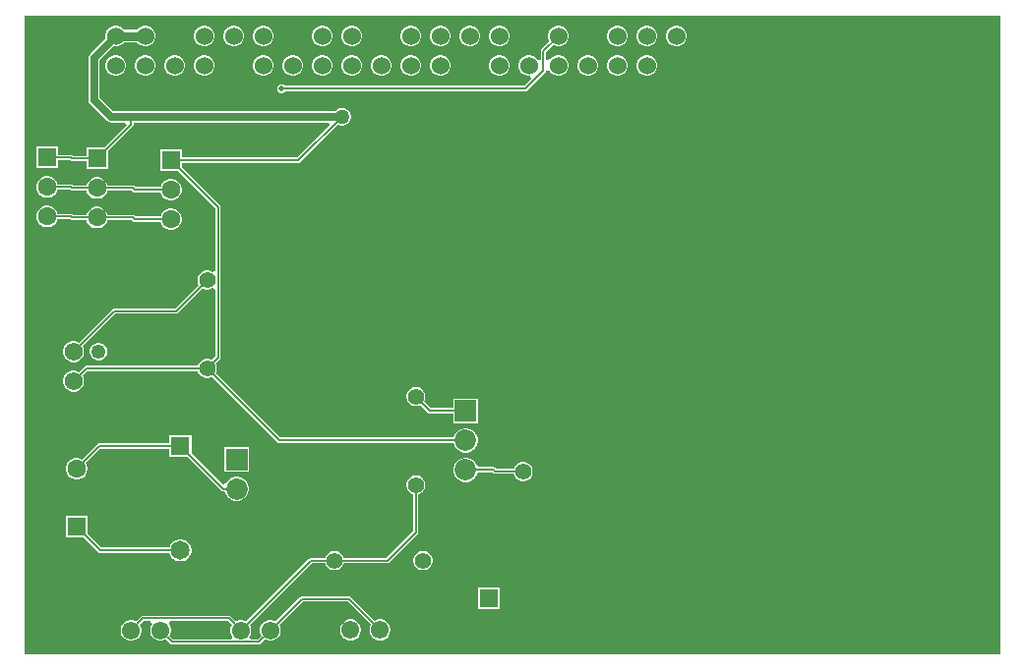
<source format=gbl>
G04*
G04 #@! TF.GenerationSoftware,Altium Limited,Altium Designer,22.7.1 (60)*
G04*
G04 Layer_Physical_Order=2*
G04 Layer_Color=16711680*
%FSLAX44Y44*%
%MOMM*%
G71*
G04*
G04 #@! TF.SameCoordinates,D299D1DB-FC93-4E7D-A29F-8AC0059F7039*
G04*
G04*
G04 #@! TF.FilePolarity,Positive*
G04*
G01*
G75*
%ADD11C,0.2000*%
%ADD19C,1.8500*%
%ADD20R,1.8500X1.8500*%
%ADD24C,1.5240*%
%ADD25C,1.6500*%
%ADD27C,1.2500*%
%ADD28C,1.5700*%
%ADD29R,1.5700X1.5700*%
%ADD35C,0.7000*%
%ADD38R,1.6500X1.6500*%
%ADD39C,1.6000*%
%ADD40R,1.6000X1.6000*%
%ADD41C,1.4000*%
%ADD42C,1.5500*%
%ADD43R,1.6000X1.6000*%
%ADD44R,1.5500X1.5500*%
%ADD45C,5.0000*%
%ADD46C,0.5080*%
%ADD47C,1.2700*%
%ADD48C,0.8000*%
G36*
X844902Y5098D02*
X5098D01*
Y554902D01*
X844902D01*
Y5098D01*
D02*
G37*
%LPC*%
G36*
X110271Y546590D02*
X107930D01*
X105669Y545984D01*
X103642Y544814D01*
X101986Y543159D01*
X101937Y543074D01*
X90863D01*
X90814Y543159D01*
X89159Y544814D01*
X87132Y545984D01*
X84871Y546590D01*
X82530D01*
X80269Y545984D01*
X78242Y544814D01*
X76586Y543159D01*
X75416Y541132D01*
X74810Y538871D01*
Y536530D01*
X74988Y535866D01*
X61583Y522462D01*
X60529Y520884D01*
X60159Y519023D01*
X60159Y519022D01*
Y482675D01*
X60159Y482675D01*
X60529Y480813D01*
X61583Y479236D01*
X76084Y464735D01*
X76084Y464735D01*
X77662Y463681D01*
X79523Y463311D01*
X91939D01*
X92975Y460811D01*
X73609Y441445D01*
X58342D01*
Y434490D01*
X47273D01*
X47103Y434660D01*
X46352Y435162D01*
X45466Y435338D01*
X33858D01*
Y442293D01*
X15318D01*
Y423753D01*
X33858D01*
Y430709D01*
X44507D01*
X44677Y430539D01*
X45428Y430037D01*
X46314Y429861D01*
X58342D01*
Y422905D01*
X76882D01*
Y438172D01*
X98720Y460010D01*
X99222Y460761D01*
X99398Y461646D01*
Y463311D01*
X267181D01*
X268138Y461001D01*
X240072Y432935D01*
X140459D01*
Y439891D01*
X121919D01*
Y421351D01*
X137186D01*
X169389Y389148D01*
Y335854D01*
X168676Y335257D01*
X166889Y334576D01*
X165579Y335332D01*
X163475Y335896D01*
X161298D01*
X159195Y335332D01*
X157309Y334244D01*
X155769Y332704D01*
X154680Y330818D01*
X154117Y328715D01*
Y326537D01*
X154680Y324434D01*
X155135Y323647D01*
X134538Y303050D01*
X82301D01*
X81415Y302874D01*
X80664Y302373D01*
X51954Y273662D01*
X50873Y274287D01*
X48553Y274908D01*
X46152D01*
X43833Y274287D01*
X41753Y273086D01*
X40055Y271388D01*
X38854Y269308D01*
X38233Y266989D01*
Y264587D01*
X38854Y262268D01*
X40055Y260188D01*
X41753Y258490D01*
X43833Y257290D01*
X46152Y256668D01*
X48553D01*
X50873Y257290D01*
X52952Y258490D01*
X54651Y260188D01*
X55851Y262268D01*
X56473Y264587D01*
Y266989D01*
X55851Y269308D01*
X55227Y270389D01*
X83259Y298421D01*
X135497D01*
X136383Y298598D01*
X137133Y299099D01*
X158408Y320374D01*
X159195Y319920D01*
X161298Y319356D01*
X163475D01*
X165579Y319920D01*
X166889Y320676D01*
X168676Y319995D01*
X169389Y319398D01*
Y261702D01*
X166366Y258678D01*
X165579Y259132D01*
X163475Y259696D01*
X161298D01*
X159195Y259132D01*
X157309Y258044D01*
X155769Y256504D01*
X154680Y254618D01*
X154445Y253740D01*
X58390D01*
X57505Y253564D01*
X56754Y253063D01*
X51954Y248263D01*
X50873Y248887D01*
X48553Y249508D01*
X46152D01*
X43833Y248887D01*
X41753Y247686D01*
X40055Y245988D01*
X38854Y243908D01*
X38233Y241589D01*
Y239188D01*
X38854Y236868D01*
X40055Y234788D01*
X41753Y233090D01*
X43833Y231890D01*
X46152Y231268D01*
X48553D01*
X50873Y231890D01*
X52952Y233090D01*
X54651Y234788D01*
X55851Y236868D01*
X56473Y239188D01*
Y241589D01*
X55851Y243908D01*
X55227Y244989D01*
X59349Y249111D01*
X154445D01*
X154680Y248234D01*
X155769Y246348D01*
X157309Y244808D01*
X159195Y243720D01*
X161298Y243156D01*
X163475D01*
X165579Y243720D01*
X166366Y244174D01*
X222891Y187648D01*
X223642Y187147D01*
X224528Y186970D01*
X374636D01*
X375104Y185224D01*
X376489Y182825D01*
X378448Y180867D01*
X380846Y179482D01*
X383522Y178765D01*
X386292D01*
X388968Y179482D01*
X391367Y180867D01*
X393325Y182825D01*
X394710Y185224D01*
X395427Y187900D01*
Y190670D01*
X394710Y193345D01*
X393325Y195744D01*
X391367Y197703D01*
X388968Y199088D01*
X386292Y199805D01*
X383522D01*
X380846Y199088D01*
X378448Y197703D01*
X376489Y195744D01*
X375104Y193345D01*
X374636Y191599D01*
X225487D01*
X169639Y247447D01*
X170093Y248234D01*
X170657Y250337D01*
Y252515D01*
X170093Y254618D01*
X169639Y255405D01*
X173341Y259107D01*
X173842Y259858D01*
X174018Y260743D01*
Y390106D01*
X173842Y390992D01*
X173341Y391743D01*
X140459Y424624D01*
Y428307D01*
X241031D01*
X241917Y428483D01*
X242667Y428984D01*
X275081Y461398D01*
X275643Y461074D01*
X277581Y460554D01*
X279587D01*
X281525Y461074D01*
X283263Y462077D01*
X284682Y463495D01*
X285685Y465233D01*
X286204Y467171D01*
Y469178D01*
X285685Y471115D01*
X284682Y472853D01*
X283263Y474272D01*
X281525Y475275D01*
X279587Y475794D01*
X277581D01*
X275643Y475275D01*
X273905Y474272D01*
X272671Y473038D01*
X81537D01*
X69886Y484689D01*
Y517008D01*
X81866Y528988D01*
X82530Y528810D01*
X84871D01*
X87132Y529416D01*
X89159Y530586D01*
X90814Y532242D01*
X90863Y532327D01*
X101937D01*
X101986Y532242D01*
X103642Y530586D01*
X105669Y529416D01*
X107930Y528810D01*
X110271D01*
X112531Y529416D01*
X114559Y530586D01*
X116214Y532242D01*
X117384Y534269D01*
X117990Y536530D01*
Y538871D01*
X117384Y541132D01*
X116214Y543159D01*
X114559Y544814D01*
X112531Y545984D01*
X110271Y546590D01*
D02*
G37*
G36*
X567471D02*
X565130D01*
X562869Y545984D01*
X560841Y544814D01*
X559186Y543159D01*
X558016Y541132D01*
X557410Y538871D01*
Y536530D01*
X558016Y534269D01*
X559186Y532242D01*
X560841Y530586D01*
X562869Y529416D01*
X565130Y528810D01*
X567471D01*
X569731Y529416D01*
X571759Y530586D01*
X573414Y532242D01*
X574584Y534269D01*
X575190Y536530D01*
Y538871D01*
X574584Y541132D01*
X573414Y543159D01*
X571759Y544814D01*
X569731Y545984D01*
X567471Y546590D01*
D02*
G37*
G36*
X542071D02*
X539730D01*
X537469Y545984D01*
X535442Y544814D01*
X533786Y543159D01*
X532616Y541132D01*
X532010Y538871D01*
Y536530D01*
X532616Y534269D01*
X533786Y532242D01*
X535442Y530586D01*
X537469Y529416D01*
X539730Y528810D01*
X542071D01*
X544332Y529416D01*
X546359Y530586D01*
X548014Y532242D01*
X549184Y534269D01*
X549790Y536530D01*
Y538871D01*
X549184Y541132D01*
X548014Y543159D01*
X546359Y544814D01*
X544332Y545984D01*
X542071Y546590D01*
D02*
G37*
G36*
X516670D02*
X514330D01*
X512069Y545984D01*
X510042Y544814D01*
X508386Y543159D01*
X507216Y541132D01*
X506610Y538871D01*
Y536530D01*
X507216Y534269D01*
X508386Y532242D01*
X510042Y530586D01*
X512069Y529416D01*
X514330Y528810D01*
X516670D01*
X518932Y529416D01*
X520959Y530586D01*
X522614Y532242D01*
X523784Y534269D01*
X524390Y536530D01*
Y538871D01*
X523784Y541132D01*
X522614Y543159D01*
X520959Y544814D01*
X518932Y545984D01*
X516670Y546590D01*
D02*
G37*
G36*
X465871D02*
X463530D01*
X461269Y545984D01*
X459241Y544814D01*
X457586Y543159D01*
X456416Y541132D01*
X455810Y538871D01*
Y536530D01*
X456416Y534269D01*
X456994Y533267D01*
X450127Y526401D01*
X449626Y525650D01*
X449449Y524764D01*
Y517501D01*
X446949Y516831D01*
X446414Y517759D01*
X444759Y519414D01*
X442732Y520584D01*
X440471Y521190D01*
X438130D01*
X435869Y520584D01*
X433842Y519414D01*
X432186Y517759D01*
X431016Y515732D01*
X430410Y513471D01*
Y511130D01*
X431016Y508869D01*
X432186Y506842D01*
X433842Y505186D01*
X435869Y504016D01*
X438130Y503410D01*
X440365D01*
X440598Y503157D01*
X441621Y501130D01*
X435311Y494821D01*
X229388D01*
X228472Y495736D01*
X227072Y496316D01*
X225556D01*
X224156Y495736D01*
X223084Y494664D01*
X222504Y493264D01*
Y491748D01*
X223084Y490348D01*
X224156Y489276D01*
X225556Y488696D01*
X227072D01*
X228472Y489276D01*
X229388Y490191D01*
X436270D01*
X437156Y490368D01*
X437906Y490869D01*
X453400Y506363D01*
X453902Y507114D01*
X454078Y508000D01*
X456374Y508615D01*
X456578Y508587D01*
X457586Y506842D01*
X459241Y505186D01*
X461269Y504016D01*
X463530Y503410D01*
X465871D01*
X468131Y504016D01*
X470159Y505186D01*
X471814Y506842D01*
X472984Y508869D01*
X473590Y511130D01*
Y513471D01*
X472984Y515732D01*
X471814Y517759D01*
X470159Y519414D01*
X468131Y520584D01*
X465871Y521190D01*
X463530D01*
X461269Y520584D01*
X459241Y519414D01*
X457586Y517759D01*
X454439Y517308D01*
X454078Y517554D01*
Y523805D01*
X460267Y529994D01*
X461269Y529416D01*
X463530Y528810D01*
X465871D01*
X468131Y529416D01*
X470159Y530586D01*
X471814Y532242D01*
X472984Y534269D01*
X473590Y536530D01*
Y538871D01*
X472984Y541132D01*
X471814Y543159D01*
X470159Y544814D01*
X468131Y545984D01*
X465871Y546590D01*
D02*
G37*
G36*
X415070D02*
X412730D01*
X410469Y545984D01*
X408442Y544814D01*
X406786Y543159D01*
X405616Y541132D01*
X405010Y538871D01*
Y536530D01*
X405616Y534269D01*
X406786Y532242D01*
X408442Y530586D01*
X410469Y529416D01*
X412730Y528810D01*
X415070D01*
X417332Y529416D01*
X419359Y530586D01*
X421014Y532242D01*
X422184Y534269D01*
X422790Y536530D01*
Y538871D01*
X422184Y541132D01*
X421014Y543159D01*
X419359Y544814D01*
X417332Y545984D01*
X415070Y546590D01*
D02*
G37*
G36*
X389670D02*
X387330D01*
X385069Y545984D01*
X383041Y544814D01*
X381386Y543159D01*
X380216Y541132D01*
X379610Y538871D01*
Y536530D01*
X380216Y534269D01*
X381386Y532242D01*
X383041Y530586D01*
X385069Y529416D01*
X387330Y528810D01*
X389670D01*
X391931Y529416D01*
X393959Y530586D01*
X395614Y532242D01*
X396784Y534269D01*
X397390Y536530D01*
Y538871D01*
X396784Y541132D01*
X395614Y543159D01*
X393959Y544814D01*
X391931Y545984D01*
X389670Y546590D01*
D02*
G37*
G36*
X364271D02*
X361930D01*
X359669Y545984D01*
X357641Y544814D01*
X355986Y543159D01*
X354816Y541132D01*
X354210Y538871D01*
Y536530D01*
X354816Y534269D01*
X355986Y532242D01*
X357641Y530586D01*
X359669Y529416D01*
X361930Y528810D01*
X364271D01*
X366531Y529416D01*
X368559Y530586D01*
X370214Y532242D01*
X371384Y534269D01*
X371990Y536530D01*
Y538871D01*
X371384Y541132D01*
X370214Y543159D01*
X368559Y544814D01*
X366531Y545984D01*
X364271Y546590D01*
D02*
G37*
G36*
X338871D02*
X336530D01*
X334269Y545984D01*
X332242Y544814D01*
X330586Y543159D01*
X329416Y541132D01*
X328810Y538871D01*
Y536530D01*
X329416Y534269D01*
X330586Y532242D01*
X332242Y530586D01*
X334269Y529416D01*
X336530Y528810D01*
X338871D01*
X341132Y529416D01*
X343159Y530586D01*
X344814Y532242D01*
X345984Y534269D01*
X346590Y536530D01*
Y538871D01*
X345984Y541132D01*
X344814Y543159D01*
X343159Y544814D01*
X341132Y545984D01*
X338871Y546590D01*
D02*
G37*
G36*
X288071D02*
X285730D01*
X283469Y545984D01*
X281441Y544814D01*
X279786Y543159D01*
X278616Y541132D01*
X278010Y538871D01*
Y536530D01*
X278616Y534269D01*
X279786Y532242D01*
X281441Y530586D01*
X283469Y529416D01*
X285730Y528810D01*
X288071D01*
X290331Y529416D01*
X292359Y530586D01*
X294014Y532242D01*
X295184Y534269D01*
X295790Y536530D01*
Y538871D01*
X295184Y541132D01*
X294014Y543159D01*
X292359Y544814D01*
X290331Y545984D01*
X288071Y546590D01*
D02*
G37*
G36*
X262670D02*
X260330D01*
X258069Y545984D01*
X256042Y544814D01*
X254386Y543159D01*
X253216Y541132D01*
X252610Y538871D01*
Y536530D01*
X253216Y534269D01*
X254386Y532242D01*
X256042Y530586D01*
X258069Y529416D01*
X260330Y528810D01*
X262670D01*
X264932Y529416D01*
X266959Y530586D01*
X268614Y532242D01*
X269784Y534269D01*
X270390Y536530D01*
Y538871D01*
X269784Y541132D01*
X268614Y543159D01*
X266959Y544814D01*
X264932Y545984D01*
X262670Y546590D01*
D02*
G37*
G36*
X211870D02*
X209530D01*
X207269Y545984D01*
X205242Y544814D01*
X203586Y543159D01*
X202416Y541132D01*
X201810Y538871D01*
Y536530D01*
X202416Y534269D01*
X203586Y532242D01*
X205242Y530586D01*
X207269Y529416D01*
X209530Y528810D01*
X211870D01*
X214132Y529416D01*
X216159Y530586D01*
X217814Y532242D01*
X218984Y534269D01*
X219590Y536530D01*
Y538871D01*
X218984Y541132D01*
X217814Y543159D01*
X216159Y544814D01*
X214132Y545984D01*
X211870Y546590D01*
D02*
G37*
G36*
X186471D02*
X184130D01*
X181869Y545984D01*
X179841Y544814D01*
X178186Y543159D01*
X177016Y541132D01*
X176410Y538871D01*
Y536530D01*
X177016Y534269D01*
X178186Y532242D01*
X179841Y530586D01*
X181869Y529416D01*
X184130Y528810D01*
X186471D01*
X188731Y529416D01*
X190759Y530586D01*
X192414Y532242D01*
X193584Y534269D01*
X194190Y536530D01*
Y538871D01*
X193584Y541132D01*
X192414Y543159D01*
X190759Y544814D01*
X188731Y545984D01*
X186471Y546590D01*
D02*
G37*
G36*
X161070D02*
X158730D01*
X156469Y545984D01*
X154441Y544814D01*
X152786Y543159D01*
X151616Y541132D01*
X151010Y538871D01*
Y536530D01*
X151616Y534269D01*
X152786Y532242D01*
X154441Y530586D01*
X156469Y529416D01*
X158730Y528810D01*
X161070D01*
X163332Y529416D01*
X165359Y530586D01*
X167014Y532242D01*
X168184Y534269D01*
X168790Y536530D01*
Y538871D01*
X168184Y541132D01*
X167014Y543159D01*
X165359Y544814D01*
X163332Y545984D01*
X161070Y546590D01*
D02*
G37*
G36*
X542071Y521190D02*
X539730D01*
X537469Y520584D01*
X535442Y519414D01*
X533786Y517759D01*
X532616Y515732D01*
X532010Y513471D01*
Y511130D01*
X532616Y508869D01*
X533786Y506842D01*
X535442Y505186D01*
X537469Y504016D01*
X539730Y503410D01*
X542071D01*
X544332Y504016D01*
X546359Y505186D01*
X548014Y506842D01*
X549184Y508869D01*
X549790Y511130D01*
Y513471D01*
X549184Y515732D01*
X548014Y517759D01*
X546359Y519414D01*
X544332Y520584D01*
X542071Y521190D01*
D02*
G37*
G36*
X516670D02*
X514330D01*
X512069Y520584D01*
X510042Y519414D01*
X508386Y517759D01*
X507216Y515732D01*
X506610Y513471D01*
Y511130D01*
X507216Y508869D01*
X508386Y506842D01*
X510042Y505186D01*
X512069Y504016D01*
X514330Y503410D01*
X516670D01*
X518932Y504016D01*
X520959Y505186D01*
X522614Y506842D01*
X523784Y508869D01*
X524390Y511130D01*
Y513471D01*
X523784Y515732D01*
X522614Y517759D01*
X520959Y519414D01*
X518932Y520584D01*
X516670Y521190D01*
D02*
G37*
G36*
X491270D02*
X488930D01*
X486669Y520584D01*
X484641Y519414D01*
X482986Y517759D01*
X481816Y515732D01*
X481210Y513471D01*
Y511130D01*
X481816Y508869D01*
X482986Y506842D01*
X484641Y505186D01*
X486669Y504016D01*
X488930Y503410D01*
X491270D01*
X493531Y504016D01*
X495559Y505186D01*
X497214Y506842D01*
X498384Y508869D01*
X498990Y511130D01*
Y513471D01*
X498384Y515732D01*
X497214Y517759D01*
X495559Y519414D01*
X493531Y520584D01*
X491270Y521190D01*
D02*
G37*
G36*
X415070D02*
X412730D01*
X410469Y520584D01*
X408442Y519414D01*
X406786Y517759D01*
X405616Y515732D01*
X405010Y513471D01*
Y511130D01*
X405616Y508869D01*
X406786Y506842D01*
X408442Y505186D01*
X410469Y504016D01*
X412730Y503410D01*
X415070D01*
X417332Y504016D01*
X419359Y505186D01*
X421014Y506842D01*
X422184Y508869D01*
X422790Y511130D01*
Y513471D01*
X422184Y515732D01*
X421014Y517759D01*
X419359Y519414D01*
X417332Y520584D01*
X415070Y521190D01*
D02*
G37*
G36*
X364271D02*
X361930D01*
X359669Y520584D01*
X357641Y519414D01*
X355986Y517759D01*
X354816Y515732D01*
X354210Y513471D01*
Y511130D01*
X354816Y508869D01*
X355986Y506842D01*
X357641Y505186D01*
X359669Y504016D01*
X361930Y503410D01*
X364271D01*
X366531Y504016D01*
X368559Y505186D01*
X370214Y506842D01*
X371384Y508869D01*
X371990Y511130D01*
Y513471D01*
X371384Y515732D01*
X370214Y517759D01*
X368559Y519414D01*
X366531Y520584D01*
X364271Y521190D01*
D02*
G37*
G36*
X338871D02*
X336530D01*
X334269Y520584D01*
X332242Y519414D01*
X330586Y517759D01*
X329416Y515732D01*
X328810Y513471D01*
Y511130D01*
X329416Y508869D01*
X330586Y506842D01*
X332242Y505186D01*
X334269Y504016D01*
X336530Y503410D01*
X338871D01*
X341132Y504016D01*
X343159Y505186D01*
X344814Y506842D01*
X345984Y508869D01*
X346590Y511130D01*
Y513471D01*
X345984Y515732D01*
X344814Y517759D01*
X343159Y519414D01*
X341132Y520584D01*
X338871Y521190D01*
D02*
G37*
G36*
X313470D02*
X311130D01*
X308869Y520584D01*
X306842Y519414D01*
X305186Y517759D01*
X304016Y515732D01*
X303410Y513471D01*
Y511130D01*
X304016Y508869D01*
X305186Y506842D01*
X306842Y505186D01*
X308869Y504016D01*
X311130Y503410D01*
X313470D01*
X315732Y504016D01*
X317759Y505186D01*
X319414Y506842D01*
X320584Y508869D01*
X321190Y511130D01*
Y513471D01*
X320584Y515732D01*
X319414Y517759D01*
X317759Y519414D01*
X315732Y520584D01*
X313470Y521190D01*
D02*
G37*
G36*
X288071D02*
X285730D01*
X283469Y520584D01*
X281441Y519414D01*
X279786Y517759D01*
X278616Y515732D01*
X278010Y513471D01*
Y511130D01*
X278616Y508869D01*
X279786Y506842D01*
X281441Y505186D01*
X283469Y504016D01*
X285730Y503410D01*
X288071D01*
X290331Y504016D01*
X292359Y505186D01*
X294014Y506842D01*
X295184Y508869D01*
X295790Y511130D01*
Y513471D01*
X295184Y515732D01*
X294014Y517759D01*
X292359Y519414D01*
X290331Y520584D01*
X288071Y521190D01*
D02*
G37*
G36*
X262670D02*
X260330D01*
X258069Y520584D01*
X256042Y519414D01*
X254386Y517759D01*
X253216Y515732D01*
X252610Y513471D01*
Y511130D01*
X253216Y508869D01*
X254386Y506842D01*
X256042Y505186D01*
X258069Y504016D01*
X260330Y503410D01*
X262670D01*
X264932Y504016D01*
X266959Y505186D01*
X268614Y506842D01*
X269784Y508869D01*
X270390Y511130D01*
Y513471D01*
X269784Y515732D01*
X268614Y517759D01*
X266959Y519414D01*
X264932Y520584D01*
X262670Y521190D01*
D02*
G37*
G36*
X237271D02*
X234930D01*
X232669Y520584D01*
X230641Y519414D01*
X228986Y517759D01*
X227816Y515732D01*
X227210Y513471D01*
Y511130D01*
X227816Y508869D01*
X228986Y506842D01*
X230641Y505186D01*
X232669Y504016D01*
X234930Y503410D01*
X237271D01*
X239531Y504016D01*
X241559Y505186D01*
X243214Y506842D01*
X244384Y508869D01*
X244990Y511130D01*
Y513471D01*
X244384Y515732D01*
X243214Y517759D01*
X241559Y519414D01*
X239531Y520584D01*
X237271Y521190D01*
D02*
G37*
G36*
X211870D02*
X209530D01*
X207269Y520584D01*
X205242Y519414D01*
X203586Y517759D01*
X202416Y515732D01*
X201810Y513471D01*
Y511130D01*
X202416Y508869D01*
X203586Y506842D01*
X205242Y505186D01*
X207269Y504016D01*
X209530Y503410D01*
X211870D01*
X214132Y504016D01*
X216159Y505186D01*
X217814Y506842D01*
X218984Y508869D01*
X219590Y511130D01*
Y513471D01*
X218984Y515732D01*
X217814Y517759D01*
X216159Y519414D01*
X214132Y520584D01*
X211870Y521190D01*
D02*
G37*
G36*
X161070D02*
X158730D01*
X156469Y520584D01*
X154441Y519414D01*
X152786Y517759D01*
X151616Y515732D01*
X151010Y513471D01*
Y511130D01*
X151616Y508869D01*
X152786Y506842D01*
X154441Y505186D01*
X156469Y504016D01*
X158730Y503410D01*
X161070D01*
X163332Y504016D01*
X165359Y505186D01*
X167014Y506842D01*
X168184Y508869D01*
X168790Y511130D01*
Y513471D01*
X168184Y515732D01*
X167014Y517759D01*
X165359Y519414D01*
X163332Y520584D01*
X161070Y521190D01*
D02*
G37*
G36*
X135670D02*
X133330D01*
X131069Y520584D01*
X129042Y519414D01*
X127386Y517759D01*
X126216Y515732D01*
X125610Y513471D01*
Y511130D01*
X126216Y508869D01*
X127386Y506842D01*
X129042Y505186D01*
X131069Y504016D01*
X133330Y503410D01*
X135670D01*
X137931Y504016D01*
X139959Y505186D01*
X141614Y506842D01*
X142784Y508869D01*
X143390Y511130D01*
Y513471D01*
X142784Y515732D01*
X141614Y517759D01*
X139959Y519414D01*
X137931Y520584D01*
X135670Y521190D01*
D02*
G37*
G36*
X110271D02*
X107930D01*
X105669Y520584D01*
X103642Y519414D01*
X101986Y517759D01*
X100816Y515732D01*
X100210Y513471D01*
Y511130D01*
X100816Y508869D01*
X101986Y506842D01*
X103642Y505186D01*
X105669Y504016D01*
X107930Y503410D01*
X110271D01*
X112531Y504016D01*
X114559Y505186D01*
X116214Y506842D01*
X117384Y508869D01*
X117990Y511130D01*
Y513471D01*
X117384Y515732D01*
X116214Y517759D01*
X114559Y519414D01*
X112531Y520584D01*
X110271Y521190D01*
D02*
G37*
G36*
X84871D02*
X82530D01*
X80269Y520584D01*
X78242Y519414D01*
X76586Y517759D01*
X75416Y515732D01*
X74810Y513471D01*
Y511130D01*
X75416Y508869D01*
X76586Y506842D01*
X78242Y505186D01*
X80269Y504016D01*
X82530Y503410D01*
X84871D01*
X87132Y504016D01*
X89159Y505186D01*
X90814Y506842D01*
X91984Y508869D01*
X92590Y511130D01*
Y513471D01*
X91984Y515732D01*
X90814Y517759D01*
X89159Y519414D01*
X87132Y520584D01*
X84871Y521190D01*
D02*
G37*
G36*
X25808Y416893D02*
X23367D01*
X21010Y416261D01*
X18896Y415041D01*
X17170Y413315D01*
X15949Y411201D01*
X15318Y408844D01*
Y406403D01*
X15949Y404045D01*
X17170Y401931D01*
X18896Y400205D01*
X21010Y398985D01*
X23367Y398353D01*
X25808D01*
X28166Y398985D01*
X30280Y400205D01*
X32006Y401931D01*
X33226Y404045D01*
X33565Y405309D01*
X44507D01*
X44677Y405139D01*
X45428Y404637D01*
X46314Y404461D01*
X58635D01*
X58974Y403197D01*
X60194Y401083D01*
X61920Y399358D01*
X64034Y398137D01*
X66392Y397505D01*
X68833D01*
X71190Y398137D01*
X73304Y399358D01*
X75030Y401083D01*
X76251Y403197D01*
X76589Y404461D01*
X97593D01*
X98470Y403584D01*
X99221Y403083D01*
X100106Y402906D01*
X122213D01*
X122551Y401643D01*
X123772Y399529D01*
X125498Y397803D01*
X127611Y396583D01*
X129969Y395951D01*
X132410D01*
X134768Y396583D01*
X136881Y397803D01*
X138607Y399529D01*
X139828Y401643D01*
X140459Y404001D01*
Y406441D01*
X139828Y408799D01*
X138607Y410913D01*
X136881Y412639D01*
X134768Y413859D01*
X132410Y414491D01*
X129969D01*
X127611Y413859D01*
X125498Y412639D01*
X123772Y410913D01*
X122551Y408799D01*
X122213Y407535D01*
X101065D01*
X100189Y408412D01*
X99438Y408914D01*
X98552Y409090D01*
X76589D01*
X76251Y410354D01*
X75030Y412467D01*
X73304Y414193D01*
X71190Y415414D01*
X68833Y416045D01*
X66392D01*
X64034Y415414D01*
X61920Y414193D01*
X60194Y412467D01*
X58974Y410354D01*
X58635Y409090D01*
X47273D01*
X47103Y409260D01*
X46352Y409762D01*
X45466Y409938D01*
X33565D01*
X33226Y411201D01*
X32006Y413315D01*
X30280Y415041D01*
X28166Y416261D01*
X25808Y416893D01*
D02*
G37*
G36*
Y391493D02*
X23367D01*
X21010Y390862D01*
X18896Y389641D01*
X17170Y387915D01*
X15949Y385801D01*
X15318Y383444D01*
Y381003D01*
X15949Y378645D01*
X17170Y376531D01*
X18896Y374805D01*
X21010Y373585D01*
X23367Y372953D01*
X25808D01*
X28166Y373585D01*
X30280Y374805D01*
X32006Y376531D01*
X33226Y378645D01*
X33565Y379909D01*
X44507D01*
X44677Y379739D01*
X45428Y379237D01*
X46314Y379061D01*
X58635D01*
X58974Y377797D01*
X60194Y375684D01*
X61920Y373958D01*
X64034Y372737D01*
X66392Y372105D01*
X68833D01*
X71190Y372737D01*
X73304Y373958D01*
X75030Y375684D01*
X76251Y377797D01*
X76589Y379061D01*
X97593D01*
X98470Y378184D01*
X99221Y377683D01*
X100106Y377506D01*
X122213D01*
X122551Y376243D01*
X123772Y374129D01*
X125498Y372403D01*
X127611Y371183D01*
X129969Y370551D01*
X132410D01*
X134768Y371183D01*
X136881Y372403D01*
X138607Y374129D01*
X139828Y376243D01*
X140459Y378601D01*
Y381041D01*
X139828Y383399D01*
X138607Y385513D01*
X136881Y387239D01*
X134768Y388459D01*
X132410Y389091D01*
X129969D01*
X127611Y388459D01*
X125498Y387239D01*
X123772Y385513D01*
X122551Y383399D01*
X122213Y382135D01*
X101065D01*
X100189Y383012D01*
X99438Y383514D01*
X98552Y383690D01*
X76589D01*
X76251Y384953D01*
X75030Y387067D01*
X73304Y388793D01*
X71190Y390014D01*
X68833Y390645D01*
X66392D01*
X64034Y390014D01*
X61920Y388793D01*
X60194Y387067D01*
X58974Y384953D01*
X58635Y383690D01*
X47273D01*
X47103Y383860D01*
X46352Y384362D01*
X45466Y384538D01*
X33565D01*
X33226Y385801D01*
X32006Y387915D01*
X30280Y389641D01*
X28166Y390862D01*
X25808Y391493D01*
D02*
G37*
G36*
X69942Y273308D02*
X67962D01*
X66050Y272796D01*
X64335Y271806D01*
X62935Y270406D01*
X61945Y268691D01*
X61432Y266778D01*
Y264798D01*
X61945Y262885D01*
X62935Y261171D01*
X64335Y259771D01*
X66050Y258781D01*
X67962Y258268D01*
X69942D01*
X71855Y258781D01*
X73570Y259771D01*
X74970Y261171D01*
X75960Y262885D01*
X76472Y264798D01*
Y266778D01*
X75960Y268691D01*
X74970Y270406D01*
X73570Y271806D01*
X71855Y272796D01*
X69942Y273308D01*
D02*
G37*
G36*
X343003Y235348D02*
X340826D01*
X338722Y234784D01*
X336837Y233696D01*
X335297Y232156D01*
X334208Y230270D01*
X333644Y228167D01*
Y225989D01*
X334208Y223886D01*
X335297Y222000D01*
X336837Y220460D01*
X338722Y219372D01*
X340826Y218808D01*
X343003D01*
X345107Y219372D01*
X345893Y219826D01*
X352671Y213048D01*
X353422Y212547D01*
X354308Y212370D01*
X374387D01*
Y204165D01*
X395427D01*
Y225205D01*
X374387D01*
Y216999D01*
X355266D01*
X349167Y223099D01*
X349621Y223886D01*
X350185Y225989D01*
Y228167D01*
X349621Y230270D01*
X348532Y232156D01*
X346992Y233696D01*
X345107Y234784D01*
X343003Y235348D01*
D02*
G37*
G36*
X198328Y183452D02*
X177288D01*
Y162412D01*
X198328D01*
Y183452D01*
D02*
G37*
G36*
X386292Y174405D02*
X383522D01*
X380846Y173688D01*
X378448Y172303D01*
X376489Y170344D01*
X375104Y167945D01*
X374387Y165270D01*
Y162500D01*
X375104Y159824D01*
X376489Y157425D01*
X378448Y155467D01*
X380846Y154082D01*
X383522Y153365D01*
X386292D01*
X388968Y154082D01*
X391367Y155467D01*
X393325Y157425D01*
X394710Y159824D01*
X395178Y161570D01*
X407981D01*
X408613Y160939D01*
X409364Y160437D01*
X410250Y160261D01*
X426352D01*
X426587Y159383D01*
X427676Y157497D01*
X429215Y155958D01*
X431101Y154869D01*
X433204Y154305D01*
X435382D01*
X437485Y154869D01*
X439371Y155958D01*
X440911Y157497D01*
X442000Y159383D01*
X442563Y161486D01*
Y163664D01*
X442000Y165767D01*
X440911Y167653D01*
X439371Y169193D01*
X437485Y170282D01*
X435382Y170845D01*
X433204D01*
X431101Y170282D01*
X429215Y169193D01*
X427676Y167653D01*
X426587Y165767D01*
X426352Y164890D01*
X411208D01*
X410577Y165521D01*
X409826Y166023D01*
X408940Y166199D01*
X395178D01*
X394710Y167945D01*
X393325Y170344D01*
X391367Y172303D01*
X388968Y173688D01*
X386292Y174405D01*
D02*
G37*
G36*
X148809Y194070D02*
X129769D01*
Y186864D01*
X69724D01*
X68838Y186688D01*
X68087Y186186D01*
X54757Y172856D01*
X53624Y173510D01*
X51266Y174142D01*
X48826D01*
X46468Y173510D01*
X44354Y172290D01*
X42628Y170564D01*
X41408Y168450D01*
X40776Y166092D01*
Y163652D01*
X41408Y161294D01*
X42628Y159180D01*
X44354Y157454D01*
X46468Y156234D01*
X48826Y155602D01*
X51266D01*
X53624Y156234D01*
X55738Y157454D01*
X57464Y159180D01*
X58684Y161294D01*
X59316Y163652D01*
Y166092D01*
X58684Y168450D01*
X58030Y169583D01*
X70683Y182235D01*
X129769D01*
Y175030D01*
X145536D01*
X174670Y145895D01*
X175421Y145393D01*
X176307Y145217D01*
X177537D01*
X178004Y143471D01*
X179389Y141072D01*
X181348Y139114D01*
X183747Y137729D01*
X186423Y137012D01*
X189193D01*
X191868Y137729D01*
X194267Y139114D01*
X196226Y141072D01*
X197611Y143471D01*
X198328Y146147D01*
Y148917D01*
X197611Y151592D01*
X196226Y153991D01*
X194267Y155950D01*
X191868Y157335D01*
X189193Y158052D01*
X186423D01*
X183747Y157335D01*
X181348Y155950D01*
X179389Y153991D01*
X178389Y152258D01*
X176307Y151646D01*
X175438Y151674D01*
X148809Y178303D01*
Y194070D01*
D02*
G37*
G36*
X343003Y159148D02*
X340826D01*
X338722Y158584D01*
X336837Y157496D01*
X335297Y155956D01*
X334208Y154070D01*
X333644Y151967D01*
Y149789D01*
X334208Y147686D01*
X335297Y145800D01*
X336837Y144260D01*
X338722Y143172D01*
X339600Y142936D01*
Y111225D01*
X316379Y88004D01*
X279821D01*
X279586Y88882D01*
X278497Y90768D01*
X276957Y92308D01*
X275072Y93396D01*
X272968Y93960D01*
X270791D01*
X268687Y93396D01*
X266802Y92308D01*
X265262Y90768D01*
X264173Y88882D01*
X263938Y88004D01*
X251458D01*
X250572Y87828D01*
X249821Y87326D01*
X195883Y33388D01*
X194837Y33992D01*
X192542Y34607D01*
X190168D01*
X187873Y33992D01*
X186827Y33388D01*
X182764Y37451D01*
X182014Y37952D01*
X181128Y38128D01*
X107077D01*
X106192Y37952D01*
X105441Y37451D01*
X101378Y33388D01*
X100332Y33992D01*
X98038Y34607D01*
X95663D01*
X93369Y33992D01*
X91312Y32805D01*
X89632Y31125D01*
X88445Y29069D01*
X87830Y26774D01*
Y24399D01*
X88445Y22105D01*
X89632Y20049D01*
X91312Y18369D01*
X93369Y17182D01*
X95663Y16567D01*
X98038D01*
X100332Y17182D01*
X102389Y18369D01*
X104068Y20049D01*
X105255Y22105D01*
X105870Y24399D01*
Y26774D01*
X105255Y29069D01*
X104651Y30115D01*
X108036Y33500D01*
X113871D01*
X114818Y31563D01*
X114960Y31000D01*
X113845Y29069D01*
X113230Y26774D01*
Y24399D01*
X113845Y22105D01*
X115032Y20049D01*
X116712Y18369D01*
X118769Y17182D01*
X121063Y16567D01*
X123438D01*
X125732Y17182D01*
X126778Y17786D01*
X130707Y13857D01*
X131457Y13356D01*
X132343Y13180D01*
X206662D01*
X207548Y13356D01*
X208299Y13857D01*
X212227Y17786D01*
X213273Y17182D01*
X215567Y16567D01*
X217943D01*
X220236Y17182D01*
X222293Y18369D01*
X223973Y20049D01*
X225160Y22105D01*
X225775Y24399D01*
Y26774D01*
X225160Y29069D01*
X224556Y30115D01*
X244705Y50264D01*
X283705D01*
X303458Y30510D01*
X302854Y29464D01*
X302239Y27170D01*
Y24795D01*
X302854Y22501D01*
X304041Y20444D01*
X305721Y18764D01*
X307778Y17577D01*
X310072Y16962D01*
X312447D01*
X314741Y17577D01*
X316798Y18764D01*
X318477Y20444D01*
X319664Y22501D01*
X320279Y24795D01*
Y27170D01*
X319664Y29464D01*
X318477Y31521D01*
X316798Y33200D01*
X314741Y34388D01*
X312447Y35002D01*
X310072D01*
X307778Y34388D01*
X306731Y33783D01*
X286300Y54215D01*
X285549Y54716D01*
X284663Y54893D01*
X243746D01*
X242860Y54716D01*
X242109Y54215D01*
X221283Y33388D01*
X220236Y33992D01*
X217943Y34607D01*
X215567D01*
X213273Y33992D01*
X211217Y32805D01*
X209537Y31125D01*
X208350Y29069D01*
X207735Y26774D01*
Y24399D01*
X208350Y22105D01*
X208954Y21059D01*
X205703Y17809D01*
X199868D01*
X199025Y19267D01*
X198723Y20308D01*
X199760Y22105D01*
X200375Y24399D01*
Y26774D01*
X199760Y29069D01*
X199156Y30115D01*
X252417Y83376D01*
X263938D01*
X264173Y82498D01*
X265262Y80612D01*
X266802Y79072D01*
X268687Y77983D01*
X270791Y77420D01*
X272968D01*
X275072Y77983D01*
X276957Y79072D01*
X278497Y80612D01*
X279586Y82498D01*
X279821Y83376D01*
X317338D01*
X318224Y83552D01*
X318974Y84053D01*
X343551Y108630D01*
X344053Y109381D01*
X344229Y110267D01*
Y142936D01*
X345107Y143172D01*
X346992Y144260D01*
X348532Y145800D01*
X349621Y147686D01*
X350185Y149789D01*
Y151967D01*
X349621Y154070D01*
X348532Y155956D01*
X346992Y157496D01*
X345107Y158584D01*
X343003Y159148D01*
D02*
G37*
G36*
X59316Y124142D02*
X40776D01*
Y105602D01*
X56043D01*
X68732Y92913D01*
X69482Y92412D01*
X70368Y92235D01*
X130053D01*
X130418Y90875D01*
X131671Y88705D01*
X133444Y86932D01*
X135615Y85679D01*
X138036Y85030D01*
X140542D01*
X142964Y85679D01*
X145134Y86932D01*
X146907Y88705D01*
X148160Y90875D01*
X148809Y93297D01*
Y95803D01*
X148160Y98224D01*
X146907Y100395D01*
X145134Y102168D01*
X142964Y103421D01*
X140542Y104070D01*
X138036D01*
X135615Y103421D01*
X133444Y102168D01*
X131671Y100395D01*
X130418Y98224D01*
X130053Y96864D01*
X71327D01*
X59316Y108875D01*
Y124142D01*
D02*
G37*
G36*
X349168Y93960D02*
X346991D01*
X344888Y93396D01*
X343002Y92308D01*
X341462Y90768D01*
X340373Y88882D01*
X339810Y86779D01*
Y84601D01*
X340373Y82498D01*
X341462Y80612D01*
X343002Y79072D01*
X344888Y77983D01*
X346991Y77420D01*
X349168D01*
X351272Y77983D01*
X353158Y79072D01*
X354697Y80612D01*
X355786Y82498D01*
X356350Y84601D01*
Y86779D01*
X355786Y88882D01*
X354697Y90768D01*
X353158Y92308D01*
X351272Y93396D01*
X349168Y93960D01*
D02*
G37*
G36*
X414061Y62141D02*
X395521D01*
Y43601D01*
X414061D01*
Y62141D01*
D02*
G37*
G36*
X287047Y35002D02*
X284672D01*
X282378Y34388D01*
X280321Y33200D01*
X278641Y31521D01*
X277454Y29464D01*
X276839Y27170D01*
Y24795D01*
X277454Y22501D01*
X278641Y20444D01*
X280321Y18764D01*
X282378Y17577D01*
X284672Y16962D01*
X287047D01*
X289341Y17577D01*
X291398Y18764D01*
X293077Y20444D01*
X294265Y22501D01*
X294879Y24795D01*
Y27170D01*
X294265Y29464D01*
X293077Y31521D01*
X291398Y33200D01*
X289341Y34388D01*
X287047Y35002D01*
D02*
G37*
%LPD*%
G36*
X183554Y30115D02*
X182950Y29069D01*
X182335Y26774D01*
Y24399D01*
X182950Y22105D01*
X183987Y20308D01*
X183685Y19267D01*
X182842Y17809D01*
X133302D01*
X130051Y21059D01*
X130655Y22105D01*
X131270Y24399D01*
Y26774D01*
X130655Y29069D01*
X129541Y31000D01*
X129682Y31563D01*
X130629Y33500D01*
X180169D01*
X183554Y30115D01*
D02*
G37*
D11*
X224528Y189285D02*
X384907D01*
X162387Y251426D02*
X224528Y189285D01*
X58390Y251426D02*
X162387D01*
X47353Y240388D02*
X58390Y251426D01*
X70368Y94550D02*
X139289D01*
X50046Y114872D02*
X70368Y94550D01*
X354308Y214685D02*
X384907D01*
X341914Y227078D02*
X354308Y214685D01*
X451764Y524764D02*
X464700Y537700D01*
X451764Y508000D02*
Y524764D01*
X436270Y492506D02*
X451764Y508000D01*
X226314Y492506D02*
X436270D01*
X69724Y184550D02*
X139289D01*
X50046Y164872D02*
X69724Y184550D01*
X341914Y110267D02*
Y150878D01*
X317338Y85690D02*
X341914Y110267D01*
X271880Y85690D02*
X317338D01*
X162387Y251426D02*
X171704Y260743D01*
Y390106D01*
X131189Y430621D02*
X171704Y390106D01*
X191355Y25587D02*
X251458Y85690D01*
X271880D01*
X67612Y432175D02*
X97083Y461646D01*
Y468034D01*
X176307Y147532D02*
X187808D01*
X139289Y184550D02*
X176307Y147532D01*
X135497Y300736D02*
X162387Y327626D01*
X82301Y300736D02*
X135497D01*
X47353Y265788D02*
X82301Y300736D01*
X131189Y430621D02*
X241031D01*
X278584Y468174D01*
X216755Y25587D02*
X243746Y52578D01*
X284663D01*
X311259Y25982D01*
X181128Y35814D02*
X191355Y25587D01*
X107077Y35814D02*
X181128D01*
X96850Y25587D02*
X107077Y35814D01*
X206662Y15494D02*
X216755Y25587D01*
X132343Y15494D02*
X206662D01*
X122250Y25587D02*
X132343Y15494D01*
X46314Y432175D02*
X67612D01*
X45466Y433023D02*
X46314Y432175D01*
X24588Y433023D02*
X45466D01*
X100106Y405221D02*
X131189D01*
X98552Y406775D02*
X100106Y405221D01*
X67612Y406775D02*
X98552D01*
X46314D02*
X67612D01*
X45466Y407623D02*
X46314Y406775D01*
X24588Y407623D02*
X45466D01*
X410250Y162575D02*
X434293D01*
X408940Y163885D02*
X410250Y162575D01*
X384907Y163885D02*
X408940D01*
X100106Y379821D02*
X131189D01*
X98552Y381375D02*
X100106Y379821D01*
X67612Y381375D02*
X98552D01*
X46314D02*
X67612D01*
X45466Y382223D02*
X46314Y381375D01*
X24588Y382223D02*
X45466D01*
X96943Y468174D02*
X97083Y468034D01*
D19*
X187808Y122132D02*
D03*
Y147532D02*
D03*
X384907Y163885D02*
D03*
Y189285D02*
D03*
D20*
X187808Y172932D02*
D03*
X384907Y214685D02*
D03*
D24*
X159900Y512300D02*
D03*
X134500D02*
D03*
X464700Y537700D02*
D03*
X83700Y512300D02*
D03*
Y537700D02*
D03*
X109100Y512300D02*
D03*
Y537700D02*
D03*
X134500D02*
D03*
X159900D02*
D03*
X185300Y512300D02*
D03*
Y537700D02*
D03*
X210700Y512300D02*
D03*
Y537700D02*
D03*
X236100Y512300D02*
D03*
Y537700D02*
D03*
X261500Y512300D02*
D03*
Y537700D02*
D03*
X286900Y512300D02*
D03*
Y537700D02*
D03*
X312300Y512300D02*
D03*
Y537700D02*
D03*
X337700Y512300D02*
D03*
Y537700D02*
D03*
X363100Y512300D02*
D03*
Y537700D02*
D03*
X388500Y512300D02*
D03*
Y537700D02*
D03*
X413900Y512300D02*
D03*
Y537700D02*
D03*
X439300Y512300D02*
D03*
Y537700D02*
D03*
X464700Y512300D02*
D03*
X490100D02*
D03*
Y537700D02*
D03*
X515500Y512300D02*
D03*
Y537700D02*
D03*
X540900Y512300D02*
D03*
Y537700D02*
D03*
X566300Y512300D02*
D03*
Y537700D02*
D03*
D25*
X139289Y94550D02*
D03*
D27*
X68952Y265788D02*
D03*
D28*
X47353Y240388D02*
D03*
Y265788D02*
D03*
Y291188D02*
D03*
D29*
Y316588D02*
D03*
D35*
X96943Y468174D02*
X278584D01*
X79523D02*
X96943D01*
X65023Y482675D02*
Y519023D01*
Y482675D02*
X79523Y468174D01*
X65023Y519023D02*
X83700Y537700D01*
D38*
X139289Y184550D02*
D03*
D39*
X131189Y354421D02*
D03*
Y379821D02*
D03*
Y405221D02*
D03*
X24588Y382223D02*
D03*
X67612Y381375D02*
D03*
X50046Y164872D02*
D03*
X454791Y52871D02*
D03*
X67612Y355975D02*
D03*
Y406775D02*
D03*
X24588Y356823D02*
D03*
Y407623D02*
D03*
D40*
X131189Y430621D02*
D03*
X50046Y114872D02*
D03*
X67612Y432175D02*
D03*
X24588Y433023D02*
D03*
D41*
X341914Y227078D02*
D03*
Y150878D02*
D03*
X510493Y162575D02*
D03*
X434293D02*
D03*
X348080Y85690D02*
D03*
X162387Y327626D02*
D03*
Y251426D02*
D03*
X271880Y85690D02*
D03*
D42*
X122250Y25587D02*
D03*
X216755D02*
D03*
X311259Y25982D02*
D03*
X285859D02*
D03*
X191355Y25587D02*
D03*
X96850D02*
D03*
D43*
X404791Y52871D02*
D03*
D44*
X336659Y25982D02*
D03*
X242155Y25587D02*
D03*
X147650D02*
D03*
D45*
X35000Y525000D02*
D03*
X615000Y35000D02*
D03*
X35000D02*
D03*
X615000Y525000D02*
D03*
D46*
X226314Y492506D02*
D03*
D47*
X711192Y543524D02*
D03*
X651978Y543070D02*
D03*
X829254Y542492D02*
D03*
X278584Y468174D02*
D03*
D48*
X83700Y537700D02*
X109100D01*
M02*

</source>
